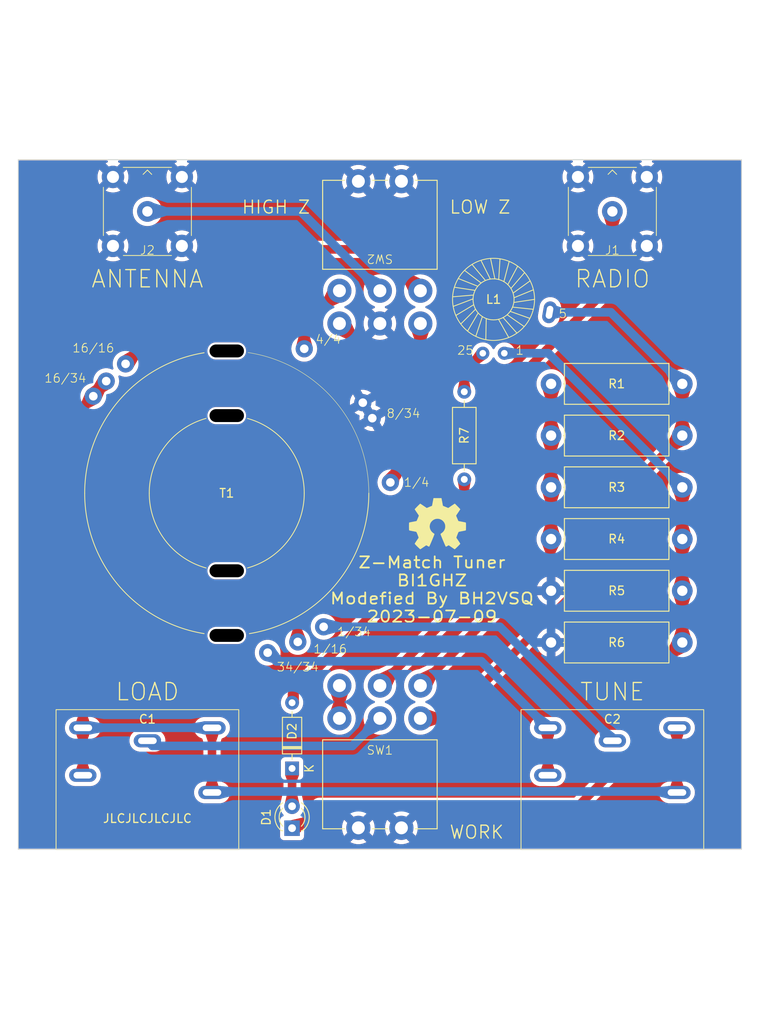
<source format=kicad_pcb>
(kicad_pcb (version 20221018) (generator pcbnew)
  (layers (0 "F.Cu" signal) (31 "B.Cu" signal) (34 "B.Paste" user) (35 "F.Paste" user) (36 "B.SilkS" user "B.Silkscreen") (37 "F.SilkS" user "F.Silkscreen") (38 "B.Mask" user) (39 "F.Mask" user) (44 "Edge.Cuts" user))
  (net 0 "")
  (net 1 "Net-(D1-K)")
  (net 2 "Net-(D1-A)")
  (net 3 "Net-(D2-A)")
  (net 4 "Net-(J1-In)")
  (net 5 "GND")
  (net 6 "Net-(J2-In)")
  (net 7 "Net-(SW1A-C)")
  (net 8 "Net-(L1-Pad3)")
  (net 9 "Net-(SW1A-A)")
  (net 10 "Net-(SW1B-B)")
  (net 11 "Net-(SW2A-A)")
  (net 12 "Net-(SW2A-C)")
  (net 13 "Net-(SW2B-A)")
  (net 14 "Net-(SW2B-C)")
  (net 15 "Net-(T1-A1)")
  (net 16 "Net-(T1-A3)")
  (net 17 "Net-(SW1B-C)")
  (net 18 "Net-(T1-A4)")
  (footprint "Diode_THT:D_DO-35_SOD27_P7.62mm_Horizontal" (layer "F.Cu") (at 89.8 130.61 90)
    (fp_text reference "D2" (at 4.31 0 90) (layer "F.SilkS"))
    (fp_text value "1N4148")
    (fp_text user "K" (at 0 2 90) (layer "F.SilkS"))
    (fp_line (start 1.04 0) (end 1.69 0) (stroke (width 0.12)) (layer "F.SilkS"))
    (fp_line (start 1.69 -1.12) (end 1.69 1.12) (stroke (width 0.12)) (layer "F.SilkS"))
    (fp_line (start 1.69 1.12) (end 5.93 1.12) (stroke (width 0.12)) (layer "F.SilkS"))
    (fp_line (start 2.29 -1.12) (end 2.29 1.12) (stroke (width 0.12)) (layer "F.SilkS"))
    (fp_line (start 2.41 -1.12) (end 2.41 1.12) (stroke (width 0.12)) (layer "F.SilkS"))
    (fp_line (start 2.53 -1.12) (end 2.53 1.12) (stroke (width 0.12)) (layer "F.SilkS"))
    (fp_line (start 5.93 -1.12) (end 1.69 -1.12) (stroke (width 0.12)) (layer "F.SilkS"))
    (fp_line (start 5.93 1.12) (end 5.93 -1.12) (stroke (width 0.12)) (layer "F.SilkS"))
    (fp_line (start 6.58 0) (end 5.93 0) (stroke (width 0.12)) (layer "F.SilkS"))
    (pad "1" thru_hole rect (at 0 0 90) (size 1.6 1.6) (drill 0.8) (layers "*.Cu" "*.Mask") (net 2 "Net-(D1-A)"))
    (pad "2" thru_hole oval (at 7.62 0 90) (size 1.6 1.6) (drill 0.8) (layers "*.Cu" "*.Mask") (net 3 "Net-(D2-A)"))
  )
  (footprint "z-match:CBM-4443BF-1AB4-Vertical" (layer "F.Cu") (at 73 127.4)
    (fp_text reference "C1" (at 0 -2.5 unlocked) (layer "F.SilkS"))
    (fp_text value "CBM_Main")
    (fp_rect (start -10.61 -3.61) (end 10.61 12.61) (stroke (width 0.1)) (fill none) (layer "F.SilkS"))
    (pad "1" thru_hole oval (at 0 0) (size 3.175 1.524) (drill oval 2.159 0.762) (layers "*.Cu" "*.Mask") (net 10 "Net-(SW1B-B)"))
    (pad "2" thru_hole oval (at 7.5 -1.5) (size 3.175 1.524) (drill oval 2.159 0.762) (layers "*.Cu" "*.Mask") (net 16 "Net-(T1-A3)"))
    (pad "2" thru_hole oval (at 7.5 6) (size 3.175 1.524) (drill oval 2.159 0.762) (layers "*.Cu" "*.Mask") (net 16 "Net-(T1-A3)"))
    (pad "3" thru_hole oval (at -7.5 -1.5) (size 3.175 1.524) (drill oval 2.159 0.762) (layers "*.Cu" "*.Mask") (net 16 "Net-(T1-A3)"))
    (pad "3" thru_hole oval (at -7.5 4) (size 3.175 1.524) (drill oval 2.159 0.762) (layers "*.Cu" "*.Mask") (net 16 "Net-(T1-A3)"))
  )
  (footprint "LED_THT:LED_D3.0mm" (layer "F.Cu") (at 89.8 137.54 90)
    (fp_text reference "D1" (at 1.275 -3 90) (layer "F.SilkS"))
    (fp_text value "LED")
    (fp_line (start -0.29 -1.236) (end -0.29 -1.08) (stroke (width 0.12)) (layer "F.SilkS"))
    (fp_line (start -0.29 1.08) (end -0.29 1.236) (stroke (width 0.12)) (layer "F.SilkS"))
    (fp_arc (start -0.29 -1.235516) (mid 1.366487 -1.987659) (end 2.942335 -1.078608) (stroke (width 0.12)) (layer "F.SilkS"))
    (fp_arc (start 0.229039 -1.08) (mid 1.270117 -1.5) (end 2.31113 -1.079837) (stroke (width 0.12)) (layer "F.SilkS"))
    (fp_arc (start 2.31113 1.079837) (mid 1.270117 1.5) (end 0.229039 1.08) (stroke (width 0.12)) (layer "F.SilkS"))
    (fp_arc (start 2.942335 1.078608) (mid 1.366487 1.987659) (end -0.29 1.235516) (stroke (width 0.12)) (layer "F.SilkS"))
    (pad "1" thru_hole rect (at 0 0 90) (size 1.8 1.8) (drill 0.9) (layers "*.Cu" "*.Mask") (net 1 "Net-(D1-K)"))
    (pad "2" thru_hole circle (at 2.54 0 90) (size 1.8 1.8) (drill 0.9) (layers "*.Cu" "*.Mask") (net 2 "Net-(D1-A)"))
  )
  (footprint "Resistor_THT:R_Axial_DIN0414_L11.9mm_D4.5mm_P15.24mm_Horizontal" (layer "F.Cu") (at 119.88 92)
    (fp_text reference "R2" (at 7.62 0) (layer "F.SilkS"))
    (fp_text value "100")
    (fp_line (start 1.44 0) (end 1.55 0) (stroke (width 0.12)) (layer "F.SilkS"))
    (fp_line (start 1.55 -2.37) (end 1.55 2.37) (stroke (width 0.12)) (layer "F.SilkS"))
    (fp_line (start 1.55 2.37) (end 13.69 2.37) (stroke (width 0.12)) (layer "F.SilkS"))
    (fp_line (start 13.69 -2.37) (end 1.55 -2.37) (stroke (width 0.12)) (layer "F.SilkS"))
    (fp_line (start 13.69 2.37) (end 13.69 -2.37) (stroke (width 0.12)) (layer "F.SilkS"))
    (fp_line (start 13.8 0) (end 13.69 0) (stroke (width 0.12)) (layer "F.SilkS"))
    (pad "1" thru_hole circle (at 0 0) (size 2.4 2.4) (drill 1.2) (layers "*.Cu" "*.Mask") (net 7 "Net-(SW1A-C)"))
    (pad "2" thru_hole oval (at 15.24 0) (size 2.4 2.4) (drill 1.2) (layers "*.Cu" "*.Mask") (net 17 "Net-(SW1B-C)"))
  )
  (footprint "Resistor_THT:R_Axial_DIN0207_L6.3mm_D2.5mm_P10.16mm_Horizontal" (layer "F.Cu") (at 109.8 86.92 -90)
    (fp_text reference "R7" (at 5.08 0 90) (layer "F.SilkS"))
    (fp_text value "1k")
    (fp_line (start 1.04 0) (end 1.81 0) (stroke (width 0.12)) (layer "F.SilkS"))
    (fp_line (start 1.81 -1.37) (end 1.81 1.37) (stroke (width 0.12)) (layer "F.SilkS"))
    (fp_line (start 1.81 1.37) (end 8.35 1.37) (stroke (width 0.12)) (layer "F.SilkS"))
    (fp_line (start 8.35 -1.37) (end 1.81 -1.37) (stroke (width 0.12)) (layer "F.SilkS"))
    (fp_line (start 8.35 1.37) (end 8.35 -1.37) (stroke (width 0.12)) (layer "F.SilkS"))
    (fp_line (start 9.12 0) (end 8.35 0) (stroke (width 0.12)) (layer "F.SilkS"))
    (pad "1" thru_hole circle (at 0 0 270) (size 1.6 1.6) (drill 0.8) (layers "*.Cu" "*.Mask") (net 8 "Net-(L1-Pad3)"))
    (pad "2" thru_hole oval (at 10.16 0 270) (size 1.6 1.6) (drill 0.8) (layers "*.Cu" "*.Mask") (net 3 "Net-(D2-A)"))
  )
  (footprint "Resistor_THT:R_Axial_DIN0414_L11.9mm_D4.5mm_P15.24mm_Horizontal" (layer "F.Cu") (at 119.88 104)
    (fp_text reference "R4" (at 7.62 0) (layer "F.SilkS"))
    (fp_text value "100")
    (fp_line (start 1.44 0) (end 1.55 0) (stroke (width 0.12)) (layer "F.SilkS"))
    (fp_line (start 1.55 -2.37) (end 1.55 2.37) (stroke (width 0.12)) (layer "F.SilkS"))
    (fp_line (start 1.55 2.37) (end 13.69 2.37) (stroke (width 0.12)) (layer "F.SilkS"))
    (fp_line (start 13.69 -2.37) (end 1.55 -2.37) (stroke (width 0.12)) (layer "F.SilkS"))
    (fp_line (start 13.69 2.37) (end 13.69 -2.37) (stroke (width 0.12)) (layer "F.SilkS"))
    (fp_line (start 13.8 0) (end 13.69 0) (stroke (width 0.12)) (layer "F.SilkS"))
    (pad "1" thru_hole circle (at 0 0) (size 2.4 2.4) (drill 1.2) (layers "*.Cu" "*.Mask") (net 7 "Net-(SW1A-C)"))
    (pad "2" thru_hole oval (at 15.24 0) (size 2.4 2.4) (drill 1.2) (layers "*.Cu" "*.Mask") (net 1 "Net-(D1-K)"))
  )
  (footprint "z-match:CBM-4443BF-1AB4-Vertical" (layer "F.Cu") (at 127 127.4)
    (fp_text reference "C2" (at 0 -2.5 unlocked) (layer "F.SilkS"))
    (fp_text value "CBM_Main")
    (fp_rect (start -10.61 -3.61) (end 10.61 12.61) (stroke (width 0.1)) (fill none) (layer "F.SilkS"))
    (pad "1" thru_hole oval (at 0 0) (size 3.175 1.524) (drill oval 2.159 0.762) (layers "*.Cu" "*.Mask") (net 15 "Net-(T1-A1)"))
    (pad "2" thru_hole oval (at 7.5 -1.5) (size 3.175 1.524) (drill oval 2.159 0.762) (layers "*.Cu" "*.Mask") (net 16 "Net-(T1-A3)"))
    (pad "2" thru_hole oval (at 7.5 6) (size 3.175 1.524) (drill oval 2.159 0.762) (layers "*.Cu" "*.Mask") (net 16 "Net-(T1-A3)"))
    (pad "3" thru_hole oval (at -7.5 -1.5) (size 3.175 1.524) (drill oval 2.159 0.762) (layers "*.Cu" "*.Mask") (net 18 "Net-(T1-A4)"))
    (pad "3" thru_hole oval (at -7.5 4) (size 3.175 1.524) (drill oval 2.159 0.762) (layers "*.Cu" "*.Mask") (net 18 "Net-(T1-A4)"))
  )
  (footprint "Resistor_THT:R_Axial_DIN0414_L11.9mm_D4.5mm_P15.24mm_Horizontal" (layer "F.Cu") (at 119.88 86)
    (fp_text reference "R1" (at 7.62 0) (layer "F.SilkS"))
    (fp_text value "100")
    (fp_line (start 1.44 0) (end 1.55 0) (stroke (width 0.12)) (layer "F.SilkS"))
    (fp_line (start 1.55 -2.37) (end 1.55 2.37) (stroke (width 0.12)) (layer "F.SilkS"))
    (fp_line (start 1.55 2.37) (end 13.69 2.37) (stroke (width 0.12)) (layer "F.SilkS"))
    (fp_line (start 13.69 -2.37) (end 1.55 -2.37) (stroke (width 0.12)) (layer "F.SilkS"))
    (fp_line (start 13.69 2.37) (end 13.69 -2.37) (stroke (width 0.12)) (layer "F.SilkS"))
    (fp_line (start 13.8 0) (end 13.69 0) (stroke (width 0.12)) (layer "F.SilkS"))
    (pad "1" thru_hole circle (at 0 0) (size 2.4 2.4) (drill 1.2) (layers "*.Cu" "*.Mask") (net 7 "Net-(SW1A-C)"))
    (pad "2" thru_hole oval (at 15.24 0) (size 2.4 2.4) (drill 1.2) (layers "*.Cu" "*.Mask") (net 17 "Net-(SW1B-C)"))
  )
  (footprint "z-match:BNC-KWE29X16" (layer "F.Cu") (at 127 66)
    (fp_text reference "J1" (at 0 4.5 unlocked) (layer "F.SilkS") (effects (font (thickness 0.1))))
    (fp_text value "Conn_Coaxial")
    (fp_line (start -5.11 2.8) (end -5.11 -2.8) (stroke (width 0.1)) (layer "F.SilkS"))
    (fp_line (start -2.8 -5.11) (end 2.8 -5.11) (stroke (width 0.1)) (layer "F.SilkS"))
    (fp_line (start 0 -4.8) (end -0.5 -4.3) (stroke (width 0.1)) (layer "F.SilkS"))
    (fp_line (start 0 -4.8) (end 0.5 -4.3) (stroke (width 0.1)) (layer "F.SilkS"))
    (fp_line (start 2.8 5.11) (end -2.8 5.11) (stroke (width 0.1)) (layer "F.SilkS"))
    (fp_line (start 5.11 -2.8) (end 5.11 2.8) (stroke (width 0.1)) (layer "F.SilkS"))
    (pad "1" thru_hole circle (at 0 0) (size 2.4 2.4) (drill 1.2) (layers "*.Cu" "*.Mask") (net 4 "Net-(J1-In)"))
    (pad "2" thru_hole circle (at -4 -4) (size 2.6 2.6) (drill 1.4) (layers "*.Cu" "*.Mask") (net 5 "GND"))
    (pad "2" thru_hole circle (at -4 4) (size 2.6 2.6) (drill 1.4) (layers "*.Cu" "*.Mask") (net 5 "GND"))
    (pad "2" thru_hole circle (at 4 -4) (size 2.6 2.6) (drill 1.4) (layers "*.Cu" "*.Mask") (net 5 "GND"))
    (pad "2" thru_hole circle (at 4 4) (size 2.6 2.6) (drill 1.4) (layers "*.Cu" "*.Mask") (net 5 "GND"))
  )
  (footprint "z-match:BNC-KWE29X16" (layer "F.Cu") (at 73 66)
    (fp_text reference "J2" (at 0 4.5 unlocked) (layer "F.SilkS") (effects (font (thickness 0.1))))
    (fp_text value "Conn_Coaxial")
    (fp_line (start -5.11 2.8) (end -5.11 -2.8) (stroke (width 0.1)) (layer "F.SilkS"))
    (fp_line (start -2.8 -5.11) (end 2.8 -5.11) (stroke (width 0.1)) (layer "F.SilkS"))
    (fp_line (start 0 -4.8) (end -0.5 -4.3) (stroke (width 0.1)) (layer "F.SilkS"))
    (fp_line (start 0 -4.8) (end 0.5 -4.3) (stroke (width 0.1)) (layer "F.SilkS"))
    (fp_line (start 2.8 5.11) (end -2.8 5.11) (stroke (width 0.1)) (layer "F.SilkS"))
    (fp_line (start 5.11 -2.8) (end 5.11 2.8) (stroke (width 0.1)) (layer "F.SilkS"))
    (pad "1" thru_hole circle (at 0 0) (size 2.4 2.4) (drill 1.2) (layers "*.Cu" "*.Mask") (net 6 "Net-(J2-In)"))
    (pad "2" thru_hole circle (at -4 -4) (size 2.6 2.6) (drill 1.4) (layers "*.Cu" "*.Mask") (net 5 "GND"))
    (pad "2" thru_hole circle (at -4 4) (size 2.6 2.6) (drill 1.4) (layers "*.Cu" "*.Mask") (net 5 "GND"))
    (pad "2" thru_hole circle (at 4 -4) (size 2.6 2.6) (drill 1.4) (layers "*.Cu" "*.Mask") (net 5 "GND"))
    (pad "2" thru_hole circle (at 4 4) (size 2.6 2.6) (drill 1.4) (layers "*.Cu" "*.Mask") (net 5 "GND"))
  )
  (footprint "Symbol:OSHW-Symbol_6.7x6mm_SilkScreen" (layer "F.Cu") (at 106.68 102.235)
    (fp_text reference "REF**" hide)
    (fp_text value "OSHW-Symbol_6.7x6mm_SilkScreen" hide)
    (fp_poly (pts (xy 0.555814 -2.531069) (xy 0.639635 -2.086445) (xy 0.94892 -1.958947) (xy 1.258206 -1.831449) (xy 1.629246 -2.083754) (xy 1.733157 -2.154004) (xy 1.827087 -2.216728) (xy 1.906652 -2.269062) (xy 1.96747 -2.308143) (xy 2.005157 -2.331107) (xy 2.015421 -2.336058) (xy 2.03391 -2.323324) (xy 2.07342 -2.288118) (xy 2.129522 -2.234938) (xy 2.197787 -2.168282) (xy 2.273786 -2.092646) (xy 2.353092 -2.012528) (xy 2.431275 -1.932426) (xy 2.503907 -1.856836) (xy 2.566559 -1.790255) (xy 2.614803 -1.737182) (xy 2.64421 -1.702113) (xy 2.651241 -1.690377) (xy 2.641123 -1.66874) (xy 2.612759 -1.621338) (xy 2.569129 -1.552807) (xy 2.513218 -1.467785) (xy 2.448006 -1.370907) (xy 2.410219 -1.31565) (xy 2.341343 -1.214752) (xy 2.28014 -1.123701) (xy 2.229578 -1.04703) (xy 2.192628 -0.989272) (xy 2.172258 -0.954957) (xy 2.169197 -0.947746) (xy 2.176136 -0.927252) (xy 2.195051 -0.879487) (xy 2.223087 -0.811168) (xy 2.257391 -0.729011) (xy 2.295109 -0.63973) (xy 2.333387 -0.550042) (xy 2.36937 -0.466662) (xy 2.400206 -0.396306) (xy 2.423039 -0.34569) (xy 2.435017 -0.321529) (xy 2.435724 -0.320578) (xy 2.454531 -0.315964) (xy 2.504618 -0.305672) (xy 2.580793 -0.290713) (xy 2.677865 -0.272099) (xy 2.790643 -0.250841) (xy 2.856442 -0.238582) (xy 2.97695 -0.215638) (xy 3.085797 -0.193805) (xy 3.177476 -0.174278) (xy 3.246481 -0.158252) (xy 3.287304 -0.146921) (xy 3.295511 -0.143326) (xy 3.303548 -0.118994) (xy 3.310033 -0.064041) (xy 3.31497 0.015108) (xy 3.318364 0.112026) (xy 3.320218 0.220287) (xy 3.320538 0.333465) (xy 3.319327 0.445135) (xy 3.31659 0.548868) (xy 3.312331 0.638241) (xy 3.306555 0.706826) (xy 3.299267 0.748197) (xy 3.294895 0.75681) (xy 3.268764 0.767133) (xy 3.213393 0.781892) (xy 3.136107 0.799352) (xy 3.04423 0.81778) (xy 3.012158 0.823741) (xy 2.857524 0.852066) (xy 2.735375 0.874876) (xy 2.641673 0.89308) (xy 2.572384 0.907583) (xy 2.523471 0.919292) (xy 2.490897 0.929115) (xy 2.470628 0.937956) (xy 2.458626 0.946724) (xy 2.456947 0.948457) (xy 2.440184 0.976371) (xy 2.414614 1.030695) (xy 2.382788 1.104777) (xy 2.34726 1.191965) (xy 2.310583 1.285608) (xy 2.275311 1.379052) (xy 2.243996 1.465647) (xy 2.219193 1.53874) (xy 2.203454 1.591678) (xy 2.199332 1.617811) (xy 2.199676 1.618726) (xy 2.213641 1.640086) (xy 2.245322 1.687084) (xy 2.291391 1.754827) (xy 2.348518 1.838423) (xy 2.413373 1.932982) (xy 2.431843 1.959854) (xy 2.497699 2.057275) (xy 2.55565 2.146163) (xy 2.602538 2.221412) (xy 2.635207 2.27792) (xy 2.6505 2.310581) (xy 2.651241 2.314593) (xy 2.638392 2.335684) (xy 2.602888 2.377464) (xy 2.549293 2.435445) (xy 2.482171 2.505135) (xy 2.406087 2.582045) (xy 2.325604 2.661683) (xy 2.245287 2.739561) (xy 2.169699 2.811186) (xy 2.103405 2.87207) (xy 2.050969 2.917721) (xy 2.016955 2.94365) (xy 2.007545 2.947883) (xy 1.985643 2.937912) (xy 1.9408 2.91102) (xy 1.880321 2.871736) (xy 1.833789 2.840117) (xy 1.749475 2.782098) (xy 1.649626 2.713784) (xy 1.549473 2.645579) (xy 1.495627 2.609075) (xy 1.313371 2.4858) (xy 1.160381 2.56852) (xy 1.090682 2.604759) (xy 1.031414 2.632926) (xy 0.991311 2.648991) (xy 0.981103 2.651226) (xy 0.968829 2.634722) (xy 0.944613 2.588082) (xy 0.910263 2.515609) (xy 0.867588 2.421606) (xy 0.818394 2.310374) (xy 0.76449 2.186215) (xy 0.707684 2.053432) (xy 0.649782 1.916327) (xy 0.592593 1.779202) (xy 0.537924 1.646358) (xy 0.487584 1.522098) (xy 0.44338 1.410725) (xy 0.407119 1.316539) (xy 0.380609 1.243844) (xy 0.365658 1.196941) (xy 0.363254 1.180833) (xy 0.382311 1.160286) (xy 0.424036 1.126933) (xy 0.479706 1.087702) (xy 0.484378 1.084599) (xy 0.628264 0.969423) (xy 0.744283 0.835053) (xy 0.83143 0.685784) (xy 0.888699 0.525913) (xy 0.915086 0.359737) (xy 0.909585 0.191552) (xy 0.87119 0.025655) (xy 0.798895 -0.133658) (xy 0.777626 -0.168513) (xy 0.666996 -0.309263) (xy 0.536302 -0.422286) (xy 0.390064 -0.506997) (xy 0.232808 -0.562806) (xy 0.069057 -0.589126) (xy -0.096667 -0.58537) (xy -0.259838 -0.55095) (xy -0.415935 -0.485277) (xy -0.560433 -0.387765) (xy -0.605131 -0.348187) (xy -0.718888 -0.224297) (xy -0.801782 -0.093876) (xy -0.858644 0.052315) (xy -0.890313 0.197088) (xy -0.898131 0.35986) (xy -0.872062 0.52344) (xy -0.814755 0.682298) (xy -0.728856 0.830906) (xy -0.617014 0.963735) (xy -0.481877 1.075256) (xy -0.464117 1.087011) (xy -0.40785 1.125508) (xy -0.365077 1.158863) (xy -0.344628 1.18016) (xy -0.344331 1.180833) (xy -0.348721 1.203871) (xy -0.366124 1.256157) (xy -0.394732 1.33339) (xy -0.432735 1.431268) (xy -0.478326 1.545491) (xy -0.529697 1.671758) (xy -0.585038 1.805767) (xy -0.642542 1.943218) (xy -0.700399 2.079808) (xy -0.756802 2.211237) (xy -0.809942 2.333205) (xy -0.85801 2.441409) (xy -0.899199 2.531549) (xy -0.931699 2.599323) (xy -0.953703 2.64043) (xy -0.962564 2.651226) (xy -0.98964 2.642819) (xy -1.040303 2.620272) (xy -1.105817 2.587613) (xy -1.141841 2.56852) (xy -1.294832 2.4858) (xy -1.477088 2.609075) (xy -1.570125 2.672228) (xy -1.671985 2.741727) (xy -1.767438 2.807165) (xy -1.81525 2.840117) (xy -1.882495 2.885273) (xy -1.939436 2.921057) (xy -1.978646 2.942938) (xy -1.991381 2.947563) (xy -2.009917 2.935085) (xy -2.050941 2.900252) (xy -2.110475 2.846678) (xy -2.184542 2.777983) (xy -2.269165 2.697781) (xy -2.322685 2.646286) (xy -2.416319 2.554286) (xy -2.497241 2.471999) (xy -2.562177 2.402945) (xy -2.607858 2.350644) (xy -2.631011 2.318616) (xy -2.633232 2.312116) (xy -2.622924 2.287394) (xy -2.594439 2.237405) (xy -2.550937 2.167212) (xy -2.495577 2.081875) (xy -2.43152 1.986456) (xy -2.413303 1.959854) (xy -2.346927 1.863167) (xy -2.287378 1.776117) (xy -2.237984 1.703595) (xy -2.202075 1.650493) (xy -2.182981 1.621703) (xy -2.181136 1.618726) (xy -2.183895 1.595782) (xy -2.198538 1.545336) (xy -2.222513 1.474041) (xy -2.253266 1.388547) (xy -2.288244 1.295507) (xy -2.324893 1.201574) (xy -2.360661 1.113399) (xy -2.392994 1.037634) (xy -2.419338 0.980931) (xy -2.437142 0.949943) (xy -2.438407 0.948457) (xy -2.449294 0.939601) (xy -2.467682 0.930843) (xy -2.497606 0.921277) (xy -2.543103 0.909996) (xy -2.608209 0.896093) (xy -2.696961 0.878663) (xy -2.813393 0.856798) (xy -2.961542 0.829591) (xy -2.993618 0.823741) (xy -3.088686 0.805374) (xy -3.171565 0.787405) (xy -3.23493 0.771569) (xy -3.271458 0.7596) (xy -3.276356 0.75681) (xy -3.284427 0.732072) (xy -3.290987 0.67679) (xy -3.296033 0.597389) (xy -3.299559 0.500296) (xy -3.301561 0.391938) (xy -3.302036 0.27874) (xy -3.300977 0.167128) (xy -3.298382 0.063529) (xy -3.294246 -0.025632) (xy -3.288563 -0.093928) (xy -3.281331 -0.134934) (xy -3.276971 -0.143326) (xy -3.252698 -0.151792) (xy -3.197426 -0.165565) (xy -3.116662 -0.18345) (xy -3.015912 -0.204252) (xy -2.900683 -0.226777) (xy -2.837902 -0.238582) (xy -2.718787 -0.260849) (xy -2.612565 -0.281021) (xy -2.524427 -0.298085) (xy -2.459566 -0.311031) (xy -2.423174 -0.318845) (xy -2.417184 -0.320578) (xy -2.407061 -0.34011) (xy -2.385662 -0.387157) (xy -2.355839 -0.454997) (xy -2.320445 -0.536909) (xy -2.282332 -0.626172) (xy -2.244353 -0.716065) (xy -2.20936 -0.799865) (xy -2.180206 -0.870853) (xy -2.159743 -0.922306) (xy -2.150823 -0.947503) (xy -2.150657 -0.948604) (xy -2.160769 -0.968481) (xy -2.189117 -1.014223) (xy -2.232723 -1.081283) (xy -2.288606 -1.165116) (xy -2.353787 -1.261174) (xy -2.391679 -1.31635) (xy -2.460725 -1.417519) (xy -2.52205 -1.50937) (xy -2.572663 -1.587256) (xy -2.609571 -1.646531) (xy -2.629782 -1.682549) (xy -2.632701 -1.690623) (xy -2.620153 -1.709416) (xy -2.585463 -1.749543) (xy -2.533063 -1.806507) (xy -2.467384 -1.875815) (xy -2.392856 -1.952969) (xy -2.313913 -2.033475) (xy -2.234983 -2.112837) (xy -2.1605 -2.18656) (xy -2.094894 -2.250148) (xy -2.042596 -2.299106) (xy -2.008039 -2.328939) (xy -1.996478 -2.336058) (xy -1.977654 -2.326047) (xy -1.932631 -2.297922) (xy -1.865787 -2.254546) (xy -1.781499 -2.198782) (xy -1.684144 -2.133494) (xy -1.610707 -2.083754) (xy -1.239667 -1.831449) (xy -0.621095 -2.086445) (xy -0.537275 -2.531069) (xy -0.453454 -2.975693) (xy 0.471994 -2.975693) (xy 0.555814 -2.531069)) (stroke (width 0.01)) (fill solid) (layer "F.SilkS"))
  )
  (footprint "Resistor_THT:R_Axial_DIN0414_L11.9mm_D4.5mm_P15.24mm_Horizontal" (layer "F.Cu") (at 119.88 98)
    (fp_text reference "R3" (at 7.62 0) (layer "F.SilkS"))
    (fp_text value "100")
    (fp_line (start 1.44 0) (end 1.55 0) (stroke (width 0.12)) (layer "F.SilkS"))
    (fp_line (start 1.55 -2.37) (end 1.55 2.37) (stroke (width 0.12)) (layer "F.SilkS"))
    (fp_line (start 1.55 2.37) (end 13.69 2.37) (stroke (width 0.12)) (layer "F.SilkS"))
    (fp_line (start 13.69 -2.37) (end 1.55 -2.37) (stroke (width 0.12)) (layer "F.SilkS"))
    (fp_line (start 13.69 2.37) (end 13.69 -2.37) (stroke (width 0.12)) (layer "F.SilkS"))
    (fp_line (start 13.8 0) (end 13.69 0) (stroke (width 0.12)) (layer "F.SilkS"))
    (pad "1" thru_hole circle (at 0 0) (size 2.4 2.4) (drill 1.2) (layers "*.Cu" "*.Mask") (net 7 "Net-(SW1A-C)"))
    (pad "2" thru_hole oval (at 15.24 0) (size 2.4 2.4) (drill 1.2) (layers "*.Cu" "*.Mask") (net 1 "Net-(D1-K)"))
  )
  (footprint "z-match:T130-6" (layer "F.Cu") (at 82.215 98.6825)
    (fp_text reference "T1" (at 0 0 unlocked) (layer "F.SilkS"))
    (fp_text value "T130-6")
    (fp_text user "16/34" (at -16.25 -12.75 unlocked) (layer "F.SilkS") (effects (font (thickness 0.1)) (justify right bottom)))
    (fp_text user "8/34" (at 18.5 -9.25 unlocked) (layer "F.SilkS") (effects (font (thickness 0.1)) (justify left)))
    (fp_text user "4/4" (at 10.25 -17.25 unlocked) (layer "F.SilkS") (effects (font (thickness 0.1)) (justify left bottom)))
    (fp_text user "1/34" (at 12.75 15.5 unlocked) (layer "F.SilkS") (effects (font (thickness 0.1)) (justify left top)))
    (fp_text user "1/4" (at 20.5 -1.25 unlocked) (layer "F.SilkS") (effects (font (thickness 0.1)) (justify left)))
    (fp_text user "34/34" (at 5.75 20.75 unlocked) (layer "F.SilkS") (effects (font (thickness 0.1)) (justify left bottom)))
    (fp_text user "16/16" (at -13 -16.25 unlocked) (layer "F.SilkS") (effects (font (thickness 0.1)) (justify right bottom)))
    (fp_text user "1/16" (at 10 17.5 unlocked) (layer "F.SilkS") (effects (font (thickness 0.1)) (justify left top)))
    (fp_arc (start -16.5 0) (mid -12.561867 -10.698106) (end -2.627335 -16.289478) (stroke (width 0.1)) (layer "F.SilkS"))
    (fp_arc (start -9 0) (mid -7.165164 -5.446138) (end -2.408795 -8.671661) (stroke (width 0.1)) (layer "F.SilkS"))
    (fp_arc (start -2.627335 16.289478) (mid -12.561867 10.698106) (end -16.5 0) (stroke (width 0.1)) (layer "F.SilkS"))
    (fp_arc (start -2.408795 8.671661) (mid -7.165164 5.446138) (end -9 0) (stroke (width 0.1)) (layer "F.SilkS"))
    (fp_arc (start 2.408795 -8.671661) (mid 7.165164 -5.446138) (end 9 0) (stroke (width 0.1)) (layer "F.SilkS"))
    (fp_arc (start 2.471789 -16.313806) (mid 12.510685 -10.757915) (end 16.5 0) (stroke (width 0.05)) (layer "F.SilkS"))
    (fp_arc (start 9 0) (mid 7.165164 5.446138) (end 2.408795 8.671661) (stroke (width 0.1)) (layer "F.SilkS"))
    (fp_arc (start 16.5 0) (mid 12.561867 10.698107) (end 2.627335 16.289478) (stroke (width 0.1)) (layer "F.SilkS"))
    (pad "" np_thru_hole oval (at 0 -16.5) (size 4 1.5) (drill oval 4 1.5) (layers "*.Mask"))
    (pad "" np_thru_hole oval (at 0 -9) (size 4 1.5) (drill oval 4 1.5) (layers "*.Mask"))
    (pad "" np_thru_hole oval (at 0 9) (size 4 1.5) (drill oval 4 1.5) (layers "*.Mask"))
    (pad "" np_thru_hole oval (at 0 16.5) (size 4 1.5) (drill oval 4 1.5) (layers "*.Mask"))
    (pad "1" thru_hole circle (at 11.25 15.5) (size 2 2) (drill 1) (layers "*.Cu" "*.Mask") (net 15 "Net-(T1-A1)"))
    (pad "2" thru_hole circle (at 15.8 -10.5) (size 2 2) (drill 1) (layers "*.Cu" "*.Mask") (net 5 "GND"))
    (pad "2" thru_hole circle (at 16.9 -8.7) (size 2 2) (drill 1) (layers "*.Cu" "*.Mask") (net 5 "GND"))
    (pad "3" thru_hole circle (at -15.5 -11.25) (size 2 2) (drill 1) (layers "*.Cu" "*.Mask") (net 16 "Net-(T1-A3)"))
    (pad "3" thru_hole circle (at -14 -13) (size 2 2) (drill 1) (layers "*.Cu" "*.Mask") (net 16 "Net-(T1-A3)"))
    (pad "4" thru_hole circle (at 4.75 18.5) (size 2 2) (drill 1) (layers "*.Cu" "*.Mask") (net 18 "Net-(T1-A4)"))
    (pad "5" thru_hole circle (at 19 -1.25) (size 2 2) (drill 1) (layers "*.Cu" "*.Mask") (net 12 "Net-(SW2A-C)"))
    (pad "6" thru_hole circle (at 9 -16.75) (size 2 2) (drill 1) (layers "*.Cu" "*.Mask") (net 14 "Net-(SW2B-C)"))
    (pad "7" thru_hole circle (at 8.25 17.25) (size 2 2) (drill 1) (layers "*.Cu" "*.Mask") (net 11 "Net-(SW2A-A)"))
    (pad "8" thru_hole circle (at -11.75 -15) (size 2 2) (drill 1) (layers "*.Cu" "*.Mask") (net 13 "Net-(SW2B-A)"))
  )
  (footprint "z-match:MT-0-202-A003-M003-RS-MODEL" (layer "F.Cu") (at 100 62.5 180)
    (fp_text reference "SW2" (at 0 -9 180 unlocked) (layer "F.SilkS") (effects (font (thickness 0.1))))
    (fp_text value "SW_DPDT_x2")
    (fp_line (start -6.65 -10.21) (end 6.65 -10.21) (stroke (width 0.12)) (layer "F.SilkS"))
    (fp_line (start -6.65 0.11) (end -6.65 -10.21) (stroke (width 0.12)) (layer "F.SilkS"))
    (fp_line (start -4.1 0.11) (end -6.65 0.11) (stroke (width 0.12)) (layer "F.SilkS"))
    (fp_line (start -0.9 0.11) (end 0.9 0.11) (stroke (width 0.12)) (layer "F.SilkS"))
    (fp_line (start 6.65 -10.21) (end 6.65 0.11) (stroke (width 0.12)) (layer "F.SilkS"))
    (fp_line (start 6.65 0.11) (end 4.1 0.11) (stroke (width 0.12)) (layer "F.SilkS"))
    (pad "" thru_hole circle (at -2.5 0 180) (size 2.8 2.8) (drill 1.5) (layers "*.Cu" "*.Mask") (net 5 "GND"))
    (pad "" thru_hole circle (at 2.5 0 180) (size 2.8 2.8) (drill 1.5) (layers "*.Cu" "*.Mask") (net 5 "GND"))
    (pad "1" thru_hole circle (at -4.7 -16.5 180) (size 2.8 2.8) (drill 1.5) (layers "*.Cu" "*.Mask") (net 11 "Net-(SW2A-A)"))
    (pad "2" thru_hole circle (at 0 -16.5 180) (size 2.8 2.8) (drill 1.5) (layers "*.Cu" "*.Mask") (net 5 "GND"))
    (pad "3" thru_hole circle (at 4.7 -16.5 180) (size 2.8 2.8) (drill 1.5) (layers "*.Cu" "*.Mask") (net 12 "Net-(SW2A-C)"))
    (pad "4" thru_hole circle (at -4.7 -12.7 180) (size 2.8 2.8) (drill 1.5) (layers "*.Cu" "*.Mask") (net 13 "Net-(SW2B-A)"))
    (pad "5" thru_hole circle (at 0 -12.7 180) (size 2.8 2.8) (drill 1.5) (layers "*.Cu" "*.Mask") (net 6 "Net-(J2-In)"))
    (pad "6" thru_hole circle (at 4.7 -12.7 180) (size 2.8 2.8) (drill 1.5) (layers "*.Cu" "*.Mask") (net 14 "Net-(SW2B-C)"))
  )
  (footprint "z-match:MT-0-202-A003-M003-RS-MODEL" (layer "F.Cu") (at 100 137.5)
    (fp_text reference "SW1" (at 0 -9 unlocked) (layer "F.SilkS") (effects (font (thickness 0.1))))
    (fp_text value "SW_DPDT_x2")
    (fp_line (start -6.65 -10.21) (end 6.65 -10.21) (stroke (width 0.12)) (layer "F.SilkS"))
    (fp_line (start -6.65 0.11) (end -6.65 -10.21) (stroke (width 0.12)) (layer "F.SilkS"))
    (fp_line (start -4.1 0.11) (end -6.65 0.11) (stroke (width 0.12)) (layer "F.SilkS"))
    (fp_line (start -0.9 0.11) (end 0.9 0.11) (stroke (width 0.12)) (layer "F.SilkS"))
    (fp_line (start 6.65 -10.21) (end 6.65 0.11) (stroke (width 0.12)) (layer "F.SilkS"))
    (fp_line (start 6.65 0.11) (end 4.1 0.11) (stroke (width 0.12)) (layer "F.SilkS"))
    (pad "" thru_hole circle (at -2.5 0) (size 2.8 2.8) (drill 1.5) (layers "*.Cu" "*.Mask") (net 5 "GND"))
    (pad "" thru_hole circle (at 2.5 0) (size 2.8 2.8) (drill 1.5) (layers "*.Cu" "*.Mask") (net 5 "GND"))
    (pad "1" thru_hole circle (at -4.7 -16.5) (size 2.8 2.8) (drill 1.5) (layers "*.Cu" "*.Mask") (net 9 "Net-(SW1A-A)"))
    (pad "2" thru_hole circle (at 0 -16.5) (size 2.8 2.8) (drill 1.5) (layers "*.Cu" "*.Mask") (net 4 "Net-(J1-In)"))
    (pad "3" thru_hole circle (at 4.7 -16.5) (size 2.8 2.8) (drill 1.5) (layers "*.Cu" "*.Mask") (net 7 "Net-(SW1A-C)"))
    (pad "4" thru_hole circle (at -4.7 -12.7) (size 2.8 2.8) (drill 1.5) (layers "*.Cu" "*.Mask") (net 9 "Net-(SW1A-A)"))
    (pad "5" thru_hole circle (at 0 -12.7) (size 2.8 2.8) (drill 1.5) (layers "*.Cu" "*.Mask") (net 10 "Net-(SW1B-B)"))
    (pad "6" thru_hole circle (at 4.7 -12.7) (size 2.8 2.8) (drill 1.5) (layers "*.Cu" "*.Mask") (net 17 "Net-(SW1B-C)"))
  )
  (footprint "Resistor_THT:R_Axial_DIN0414_L11.9mm_D4.5mm_P15.24mm_Horizontal" (layer "F.Cu") (at 135.12 116 180)
    (fp_text reference "R6" (at 7.62 0 180) (layer "F.SilkS"))
    (fp_text value "100")
    (fp_line (start 1.44 0) (end 1.55 0) (stroke (width 0.12)) (layer "F.SilkS"))
    (fp_line (start 1.55 -2.37) (end 1.55 2.37) (stroke (width 0.12)) (layer "F.SilkS"))
    (fp_line (start 1.55 2.37) (end 13.69 2.37) (stroke (width 0.12)) (layer "F.SilkS"))
    (fp_line (start 13.69 -2.37) (end 1.55 -2.37) (stroke (width 0.12)) (layer "F.SilkS"))
    (fp_line (start 13.69 2.37) (end 13.69 -2.37) (stroke (width 0.12)) (layer "F.SilkS"))
    (fp_line (start 13.8 0) (end 13.69 0) (stroke (width 0.12)) (layer "F.SilkS"))
    (pad "1" thru_hole circle (at 0 0 180) (size 2.4 2.4) (drill 1.2) (layers "*.Cu" "*.Mask") (net 1 "Net-(D1-K)"))
    (pad "2" thru_hole oval (at 15.24 0 180) (size 2.4 2.4) (drill 1.2) (layers "*.Cu" "*.Mask") (net 5 "GND"))
  )
  (footprint "z-match:T37-43" (layer "F.Cu") (at 113.2 76.2)
    (fp_text reference "L1" (at 0 0 unlocked) (layer "F.SilkS"))
    (fp_text value "T37-43")
    (fp_text user "1" (at 2.5 6.5 unlocked) (layer "F.SilkS") (effects (font (thickness 0.1)) (justify left bottom)))
    (fp_text user "5" (at 7.5 2.25 unlocked) (layer "F.SilkS") (effects (font (thickness 0.1)) (justify left bottom)))
    (fp_text user "25" (at -2.25 6.5 unlocked) (layer "F.SilkS") (effects (font (thickness 0.1)) (justify right bottom)))
    (fp_line (start -2.4 -0.05) (end -4.65 0.8) (stroke (width 0.1)) (layer "F.SilkS"))
    (fp_line (start -2.35 -0.5) (end -4.7 -0.3) (stroke (width 0.1)) (layer "F.SilkS"))
    (fp_line (start -2.35 0.65) (end -4.35 1.85) (stroke (width 0.1)) (layer "F.SilkS"))
    (fp_line (start -2.2 -1.05) (end -4.5 -1.4) (stroke (width 0.1)) (layer "F.SilkS"))
    (fp_line (start -2.1 1.15) (end -3.8 2.85) (stroke (width 0.1)) (layer "F.SilkS"))
    (fp_line (start -1.9 -1.55) (end -4.05 -2.4) (stroke (width 0.1)) (layer "F.SilkS"))
    (fp_line (start -1.8 1.6) (end -3 3.65) (stroke (width 0.1)) (layer "F.SilkS"))
    (fp_line (start -1.45 -1.9) (end -3.35 -3.35) (stroke (width 0.1)) (layer "F.SilkS"))
    (fp_line (start -1.3 2) (end -2.05 4.25) (stroke (width 0.1)) (layer "F.SilkS"))
    (fp_line (start -0.95 -2.2) (end -2.5 -4.05) (stroke (width 0.1)) (layer "F.SilkS"))
    (fp_line (start -0.85 2.25) (end -0.9 4.65) (stroke (width 0.1)) (layer "F.SilkS"))
    (fp_line (start -0.4 -2.4) (end -1.45 -4.5) (stroke (width 0.1)) (layer "F.SilkS"))
    (fp_line (start 0.15 -2.4) (end -0.35 -4.75) (stroke (width 0.1)) (layer "F.SilkS"))
    (fp_line (start 0.6 -2.3) (end 0.75 -4.7) (stroke (width 0.1)) (layer "F.SilkS"))
    (fp_line (start 0.6 2.35) (end 1.75 4.4) (stroke (width 0.1)) (layer "F.SilkS"))
    (fp_line (start 1.1 2.1) (end 2.7 3.9) (stroke (width 0.1)) (layer "F.SilkS"))
    (fp_line (start 1.2 -2.05) (end 1.8 -4.35) (stroke (width 0.1)) (layer "F.SilkS"))
    (fp_line (start 1.6 1.8) (end 3.55 3.15) (stroke (width 0.1)) (layer "F.SilkS"))
    (fp_line (start 1.65 -1.7) (end 2.8 -3.85) (stroke (width 0.1)) (layer "F.SilkS"))
    (fp_line (start 1.95 1.4) (end 4.2 2.2) (stroke (width 0.1)) (layer "F.SilkS"))
    (fp_line (start 2.05 -1.3) (end 3.6 -3.1) (stroke (width 0.1)) (layer "F.SilkS"))
    (fp_line (start 2.2 0.9) (end 4.6 1.15) (stroke (width 0.1)) (layer "F.SilkS"))
    (fp_line (start 2.3 -0.75) (end 4.25 -2.15) (stroke (width 0.1)) (layer "F.SilkS"))
    (fp_line (start 2.4 -0.2) (end 4.6 -1.1) (stroke (width 0.1)) (layer "F.SilkS"))
    (fp_line (start 2.4 0.35) (end 4.7625 0) (stroke (width 0.1)) (layer "F.SilkS"))
    (fp_circle (center 0 0) (end 2.38125 0) (stroke (width 0.1)) (fill none) (layer "F.SilkS"))
    (fp_circle (center 0 0) (end 4.7625 0) (stroke (width 0.1)) (fill none) (layer "F.SilkS"))
    (pad "1" thru_hole circle (at 1.25 6.25) (size 1.524 1.524) (drill 0.762) (layers "*.Cu" "*.Mask") (net 1 "Net-(D1-K)"))
    (pad "2" thru_hole oval (at 6.5 1.5 350) (size 1.524 2.54) (drill oval 0.762 1.524) (layers "*.Cu" "*.Mask") (net 17 "Net-(SW1B-C)"))
    (pad "3" thru_hole circle (at -1.25 6.25) (size 1.524 1.524) (drill 0.762) (layers "*.Cu" "*.Mask") (net 8 "Net-(L1-Pad3)"))
  )
  (footprint "Resistor_THT:R_Axial_DIN0414_L11.9mm_D4.5mm_P15.24mm_Horizontal" (layer "F.Cu") (at 135.12 110 180)
    (fp_text reference "R5" (at 7.62 0 180) (layer "F.SilkS"))
    (fp_text value "100")
    (fp_line (start 1.44 0) (end 1.55 0) (stroke (width 0.12)) (layer "F.SilkS"))
    (fp_line (start 1.55 -2.37) (end 1.55 2.37) (stroke (width 0.12)) (layer "F.SilkS"))
    (fp_line (start 1.55 2.37) (end 13.69 2.37) (stroke (width 0.12)) (layer "F.SilkS"))
    (fp_line (start 13.69 -2.37) (end 1.55 -2.37) (stroke (width 0.12)) (layer "F.SilkS"))
    (fp_line (start 13.69 2.37) (end 13.69 -2.37) (stroke (width 0.12)) (layer "F.SilkS"))
    (fp_line (start 13.8 0) (end 13.69 0) (stroke (width 0.12)) (layer "F.SilkS"))
    (pad "1" thru_hole circle (at 0 0 180) (size 2.4 2.4) (drill 1.2) (layers "*.Cu" "*.Mask") (net 1 "Net-(D1-K)"))
    (pad "2" thru_hole oval (at 15.24 0 180) (size 2.4 2.4) (drill 1.2) (layers "*.Cu" "*.Mask") (net 5 "GND"))
  )
  (gr_rect (start 58 60) (end 142 140) (stroke (width 0.1)) (fill none) (layer "Edge.Cuts"))
  (gr_text "HIGH Z" (at 92 65.5) (layer "F.SilkS") (effects (font (size 1.5 1.5)) (justify right)))
  (gr_text "WORK" (at 108 138) (layer "F.SilkS") (effects (font (size 1.5 1.5)) (justify left)))
  (gr_text "ANTENNA" (at 73 75) (layer "F.SilkS") (effects (font (size 2 2)) (justify bottom)))
  (gr_text "LOW Z" (at 108 65.5) (layer "F.SilkS") (effects (font (size 1.5 1.5)) (justify left)))
  (gr_text "Z-Match Tuner\nBI1GHZ\nModefied By BH2VSQ\n2023-07-09" (at 106.045 109.855) (layer "F.SilkS") (effects (font (size 1.3 1.5) (thickness 0.2))))
  (gr_text "TUNE" (at 127 122.89) (layer "F.SilkS") (effects (font (size 2 2)) (justify bottom)))
  (gr_text "JLCJLCJLCJLC" (at 73 137) (layer "F.SilkS") (effects (font (size 1 1)) (justify bottom)))
  (gr_text "LOAD" (at 73 122.89) (layer "F.SilkS") (effects (font (size 2 2)) (justify bottom)))
  (gr_text "RADIO" (at 127 75) (layer "F.SilkS") (effects (font (size 2 2)) (justify bottom)))
  (segment (start 93 135) (end 90.46 137.54) (width 1) (layer "F.Cu") (net 1))
  (segment (start 135.12 116) (end 131 120.12) (width 1) (layer "F.Cu") (net 1))
  (segment (start 123 135) (end 93 135) (width 1) (layer "F.Cu") (net 1))
  (segment (start 135.12 104) (end 135.12 110) (width 1) (layer "F.Cu") (net 1))
  (segment (start 131 120.12) (end 131 127) (width 1) (layer "F.Cu") (net 1))
  (segment (start 135.12 98) (end 135.12 104) (width 1) (layer "F.Cu") (net 1))
  (segment (start 90.46 137.54) (end 89.8 137.54) (width 1) (layer "F.Cu") (net 1))
  (segment (start 135.12 110) (end 135.12 116) (width 1) (layer "F.Cu") (net 1))
  (segment (start 131 127) (end 123 135) (width 1) (layer "F.Cu") (net 1))
  (segment (start 114.45 82.45) (end 119.57 82.45) (width 1) (layer "B.Cu") (net 1))
  (segment (start 119.57 82.45) (end 135.12 98) (width 1) (layer "B.Cu") (net 1))
  (segment (start 89.8 130.61) (end 89.8 135) (width 1) (layer "F.Cu") (net 2))
  (segment (start 89.8 122) (end 109.8 102) (width 1) (layer "F.Cu") (net 3))
  (segment (start 109.8 102) (end 109.8 97.08) (width 1) (layer "F.Cu") (net 3))
  (segment (start 89.8 122.99) (end 89.8 122) (width 1) (layer "F.Cu") (net 3))
  (segment (start 114.4 106.6) (end 114.4 87) (width 1) (layer "F.Cu") (net 4))
  (segment (start 127 74.4) (end 127 66) (width 1) (layer "F.Cu") (net 4))
  (segment (start 114.4 87) (end 127 74.4) (width 1) (layer "F.Cu") (net 4))
  (segment (start 100 121) (end 114.4 106.6) (width 1) (layer "F.Cu") (net 4))
  (segment (start 90.8 66) (end 100 75.2) (width 1) (layer "B.Cu") (net 6))
  (segment (start 73 66) (end 90.8 66) (width 1) (layer "B.Cu") (net 6))
  (segment (start 119.88 92) (end 119.88 98) (width 1) (layer "F.Cu") (net 7))
  (segment (start 119.88 105.82) (end 119.88 104) (width 1) (layer "F.Cu") (net 7))
  (segment (start 119.88 86) (end 119.88 92) (width 1) (layer "F.Cu") (net 7))
  (segment (start 104.7 121) (end 119.88 105.82) (width 1) (layer "F.Cu") (net 7))
  (segment (start 119.88 98) (end 119.88 104) (width 1) (layer "F.Cu") (net 7))
  (segment (start 109.8 84.6) (end 111.95 82.45) (width 1) (layer "F.Cu") (net 8))
  (segment (start 109.8 86.92) (end 109.8 84.6) (width 1) (layer "F.Cu") (net 8))
  (segment (start 95.3 121) (end 95.3 124.8) (width 1) (layer "F.Cu") (net 9))
  (segment (start 100 124.8) (end 96.8 128) (width 1) (layer "B.Cu") (net 10))
  (segment (start 96.8 128) (end 73.6 128) (width 1) (layer "B.Cu") (net 10))
  (segment (start 73.6 128) (end 73 127.4) (width 1) (layer "B.Cu") (net 10))
  (segment (start 90.465 115.9325) (end 90.465 114.026644) (width 1) (layer "F.Cu") (net 11))
  (segment (start 104.7 99.791644) (end 104.7 79) (width 1) (layer "F.Cu") (net 11))
  (segment (start 90.465 114.026644) (end 104.7 99.791644) (width 1) (layer "F.Cu") (net 11))
  (segment (start 102 85.7) (end 102 96.6475) (width 1) (layer "F.Cu") (net 12))
  (segment (start 95.3 79) (end 102 85.7) (width 1) (layer "F.Cu") (net 12))
  (segment (start 102 96.6475) (end 101.215 97.4325) (width 1) (layer "F.Cu") (net 12))
  (segment (start 104.7 75.2) (end 99.9 70.4) (width 1) (layer "F.Cu") (net 13))
  (segment (start 83.7475 70.4) (end 70.465 83.6825) (width 1) (layer "F.Cu") (net 13))
  (segment (start 99.9 70.4) (end 83.7475 70.4) (width 1) (layer "F.Cu") (net 13))
  (segment (start 91.215 79.285) (end 95.3 75.2) (width 1) (layer "F.Cu") (net 14))
  (segment (start 91.215 81.9325) (end 91.215 79.285) (width 1) (layer "F.Cu") (net 14))
  (segment (start 93.465 114.1825) (end 113.9325 114.1825) (width 1) (layer "B.Cu") (net 15))
  (segment (start 113.9325 114.1825) (end 127 127.25) (width 1) (layer "B.Cu") (net 15))
  (segment (start 66.715 87.1825) (end 68.215 85.6825) (width 1) (layer "F.Cu") (net 16))
  (segment (start 65.5 88.6475) (end 66.715 87.4325) (width 1) (layer "F.Cu") (net 16))
  (segment (start 80.5 133.4) (end 80.5 125.9) (width 1) (layer "F.Cu") (net 16))
  (segment (start 65.5 131.4) (end 65.5 125.9) (width 1) (layer "F.Cu") (net 16))
  (segment (start 134.5 125.9) (end 134.5 133.4) (width 1) (layer "F.Cu") (net 16))
  (segment (start 65.5 125.9) (end 65.5 88.6475) (width 1) (layer "F.Cu") (net 16))
  (segment (start 66.715 87.4325) (end 66.715 87.1825) (width 1) (layer "F.Cu") (net 16))
  (segment (start 80.615 133.285) (end 134.385 133.285) (width 1) (layer "B.Cu") (net 16))
  (segment (start 65.512 125.888) (end 80.488 125.888) (width 1) (layer "B.Cu") (net 16))
  (segment (start 134.385 133.285) (end 134.5 133.4) (width 1) (layer "B.Cu") (net 16))
  (segment (start 80.5 133.4) (end 80.615 133.285) (width 1) (layer "B.Cu") (net 16))
  (segment (start 80.488 125.888) (end 80.5 125.9) (width 1) (layer "B.Cu") (net 16))
  (segment (start 65.5 125.9) (end 65.512 125.888) (width 1) (layer "B.Cu") (net 16))
  (segment (start 130 97.12) (end 135.12 92) (width 1) (layer "F.Cu") (net 17))
  (segment (start 108 124.8) (end 130 102.8) (width 1) (layer "F.Cu") (net 17))
  (segment (start 135.12 86) (end 135.12 92) (width 1) (layer "F.Cu") (net 17))
  (segment (start 130 102.8) (end 130 97.12) (width 1) (layer "F.Cu") (net 17))
  (segment (start 104.7 124.8) (end 108 124.8) (width 1) (layer "F.Cu") (net 17))
  (segment (start 126.82 77.7) (end 135.12 86) (width 1) (layer "B.Cu") (net 17))
  (segment (start 119.7 77.7) (end 126.82 77.7) (width 1) (layer "B.Cu") (net 17))
  (segment (start 119.5 125.9) (end 119.5 131.4) (width 1) (layer "F.Cu") (net 18))
  (segment (start 87.965 118.1825) (end 111.7825 118.1825) (width 1) (layer "B.Cu") (net 18))
  (segment (start 111.7825 118.1825) (end 119.5 125.9) (width 1) (layer "B.Cu") (net 18))
  (segment (start 86.965 117.1825) (end 87.965 118.1825) (width 1) (layer "B.Cu") (net 18))
  (zone (net 5) (net_name "GND") (layers "F&B.Cu") (connect_pads (clearance 0.5)) (min_thickness 0.25) (fill yes (thermal_gap 0.5) (thermal_bridge_width 1))
    (polygon (pts (xy 57 59) (xy 57 141) (xy 143 141) (xy 143 59)))
  )
)
</source>
